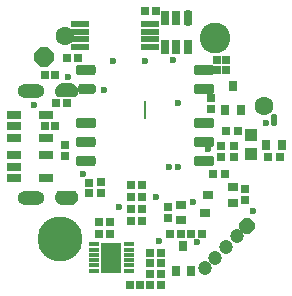
<source format=gts>
G04 Layer_Color=8388736*
%FSLAX24Y24*%
%MOIN*%
G70*
G01*
G75*
%ADD62R,0.0268X0.0283*%
%ADD63R,0.0283X0.0283*%
%ADD64R,0.0256X0.0374*%
%ADD65R,0.0283X0.0268*%
%ADD66R,0.0335X0.0138*%
%ADD67R,0.0689X0.0984*%
%ADD68R,0.0374X0.0256*%
%ADD69R,0.0276X0.0512*%
G04:AMPARAMS|DCode=70|XSize=51.2mil|YSize=27.6mil|CornerRadius=7.9mil|HoleSize=0mil|Usage=FLASHONLY|Rotation=90.000|XOffset=0mil|YOffset=0mil|HoleType=Round|Shape=RoundedRectangle|*
%AMROUNDEDRECTD70*
21,1,0.0512,0.0118,0,0,90.0*
21,1,0.0354,0.0276,0,0,90.0*
1,1,0.0157,0.0059,0.0177*
1,1,0.0157,0.0059,-0.0177*
1,1,0.0157,-0.0059,-0.0177*
1,1,0.0157,-0.0059,0.0177*
%
%ADD70ROUNDEDRECTD70*%
%ADD71R,0.0620X0.0217*%
G04:AMPARAMS|DCode=72|XSize=37.4mil|YSize=19.7mil|CornerRadius=0mil|HoleSize=0mil|Usage=FLASHONLY|Rotation=90.000|XOffset=0mil|YOffset=0mil|HoleType=Round|Shape=Octagon|*
%AMOCTAGOND72*
4,1,8,0.0049,0.0187,-0.0049,0.0187,-0.0098,0.0138,-0.0098,-0.0138,-0.0049,-0.0187,0.0049,-0.0187,0.0098,-0.0138,0.0098,0.0138,0.0049,0.0187,0.0*
%
%ADD72OCTAGOND72*%

%ADD73R,0.0413X0.0394*%
%ADD74R,0.0283X0.0283*%
G04:AMPARAMS|DCode=75|XSize=66.9mil|YSize=35.4mil|CornerRadius=9.8mil|HoleSize=0mil|Usage=FLASHONLY|Rotation=0.000|XOffset=0mil|YOffset=0mil|HoleType=Round|Shape=RoundedRectangle|*
%AMROUNDEDRECTD75*
21,1,0.0669,0.0157,0,0,0.0*
21,1,0.0472,0.0354,0,0,0.0*
1,1,0.0197,0.0236,-0.0079*
1,1,0.0197,-0.0236,-0.0079*
1,1,0.0197,-0.0236,0.0079*
1,1,0.0197,0.0236,0.0079*
%
%ADD75ROUNDEDRECTD75*%
G04:AMPARAMS|DCode=76|XSize=66.9mil|YSize=33.5mil|CornerRadius=9.3mil|HoleSize=0mil|Usage=FLASHONLY|Rotation=0.000|XOffset=0mil|YOffset=0mil|HoleType=Round|Shape=RoundedRectangle|*
%AMROUNDEDRECTD76*
21,1,0.0669,0.0148,0,0,0.0*
21,1,0.0482,0.0335,0,0,0.0*
1,1,0.0187,0.0241,-0.0074*
1,1,0.0187,-0.0241,-0.0074*
1,1,0.0187,-0.0241,0.0074*
1,1,0.0187,0.0241,0.0074*
%
%ADD76ROUNDEDRECTD76*%
G04:AMPARAMS|DCode=77|XSize=59.1mil|YSize=33.5mil|CornerRadius=9.3mil|HoleSize=0mil|Usage=FLASHONLY|Rotation=0.000|XOffset=0mil|YOffset=0mil|HoleType=Round|Shape=RoundedRectangle|*
%AMROUNDEDRECTD77*
21,1,0.0591,0.0148,0,0,0.0*
21,1,0.0404,0.0335,0,0,0.0*
1,1,0.0187,0.0202,-0.0074*
1,1,0.0187,-0.0202,-0.0074*
1,1,0.0187,-0.0202,0.0074*
1,1,0.0187,0.0202,0.0074*
%
%ADD77ROUNDEDRECTD77*%
%ADD78R,0.0472X0.0256*%
%ADD79C,0.1496*%
%ADD80C,0.1024*%
%ADD81C,0.0630*%
G04:AMPARAMS|DCode=82|XSize=47.2mil|YSize=47.2mil|CornerRadius=0mil|HoleSize=0mil|Usage=FLASHONLY|Rotation=225.000|XOffset=0mil|YOffset=0mil|HoleType=Round|Shape=Octagon|*
%AMOCTAGOND82*
4,1,8,-0.0251,-0.0084,-0.0084,-0.0251,0.0084,-0.0251,0.0251,-0.0084,0.0251,0.0084,0.0084,0.0251,-0.0084,0.0251,-0.0251,0.0084,-0.0251,-0.0084,0.0*
%
%ADD82OCTAGOND82*%

%ADD83C,0.0472*%
G04:AMPARAMS|DCode=84|XSize=63mil|YSize=63mil|CornerRadius=0mil|HoleSize=0mil|Usage=FLASHONLY|Rotation=45.000|XOffset=0mil|YOffset=0mil|HoleType=Round|Shape=Octagon|*
%AMOCTAGOND84*
4,1,8,0.0334,0.0111,0.0111,0.0334,-0.0111,0.0334,-0.0334,0.0111,-0.0334,-0.0111,-0.0111,-0.0334,0.0111,-0.0334,0.0334,-0.0111,0.0334,0.0111,0.0*
%
%ADD84OCTAGOND84*%

%ADD85O,0.0039X0.0639*%
%ADD86O,0.0906X0.0472*%
%ADD87C,0.0236*%
G36*
X-2205Y-1578D02*
X-2191Y-1595D01*
X-2179Y-1613D01*
X-2168Y-1631D01*
X-2159Y-1651D01*
X-2151Y-1671D01*
X-2144Y-1692D01*
X-2140Y-1714D01*
X-2137Y-1735D01*
X-2136Y-1757D01*
X-2137Y-1779D01*
X-2139Y-1800D01*
X-2143Y-1822D01*
X-2149Y-1843D01*
X-2156Y-1863D01*
X-2165Y-1883D01*
X-2175Y-1902D01*
X-2187Y-1920D01*
X-2201Y-1938D01*
X-2216Y-1954D01*
X-2231Y-1969D01*
X-2248Y-1982D01*
X-2267Y-1994D01*
X-2285Y-2005D01*
X-2305Y-2014D01*
X-2326Y-2022D01*
X-2347Y-2028D01*
X-2368Y-2032D01*
X-2390Y-2035D01*
X-2411Y-2035D01*
X-2628D01*
X-2650Y-2035D01*
X-2671Y-2032D01*
X-2693Y-2028D01*
X-2714Y-2022D01*
X-2734Y-2014D01*
X-2754Y-2005D01*
X-2773Y-1994D01*
X-2791Y-1982D01*
X-2808Y-1969D01*
X-2824Y-1954D01*
X-2839Y-1938D01*
X-2852Y-1920D01*
X-2864Y-1902D01*
X-2874Y-1883D01*
X-2883Y-1863D01*
X-2891Y-1843D01*
X-2896Y-1822D01*
X-2900Y-1800D01*
X-2903Y-1779D01*
X-2903Y-1757D01*
X-2902Y-1735D01*
X-2899Y-1714D01*
X-2895Y-1692D01*
X-2889Y-1671D01*
X-2881Y-1651D01*
X-2872Y-1631D01*
X-2861Y-1613D01*
X-2848Y-1595D01*
X-2834Y-1578D01*
X-2820Y-1563D01*
X-2219D01*
X-2205Y-1578D01*
D02*
G37*
G36*
X-2390Y2035D02*
X-2368Y2032D01*
X-2347Y2028D01*
X-2326Y2022D01*
X-2305Y2014D01*
X-2285Y2005D01*
X-2267Y1994D01*
X-2248Y1982D01*
X-2231Y1969D01*
X-2216Y1954D01*
X-2201Y1938D01*
X-2187Y1920D01*
X-2175Y1902D01*
X-2165Y1883D01*
X-2156Y1863D01*
X-2149Y1843D01*
X-2143Y1822D01*
X-2139Y1800D01*
X-2137Y1779D01*
X-2136Y1757D01*
X-2137Y1735D01*
X-2140Y1714D01*
X-2144Y1692D01*
X-2151Y1671D01*
X-2159Y1651D01*
X-2168Y1631D01*
X-2179Y1613D01*
X-2191Y1595D01*
X-2205Y1578D01*
X-2219Y1563D01*
X-2820D01*
X-2834Y1578D01*
X-2848Y1595D01*
X-2861Y1613D01*
X-2872Y1631D01*
X-2881Y1651D01*
X-2889Y1671D01*
X-2895Y1692D01*
X-2899Y1714D01*
X-2902Y1735D01*
X-2903Y1757D01*
X-2903Y1779D01*
X-2900Y1800D01*
X-2896Y1822D01*
X-2891Y1843D01*
X-2883Y1863D01*
X-2874Y1883D01*
X-2864Y1902D01*
X-2852Y1920D01*
X-2839Y1938D01*
X-2824Y1954D01*
X-2808Y1969D01*
X-2791Y1982D01*
X-2773Y1994D01*
X-2754Y2005D01*
X-2734Y2014D01*
X-2714Y2022D01*
X-2693Y2028D01*
X-2671Y2032D01*
X-2650Y2035D01*
X-2628Y2035D01*
X-2411D01*
X-2390Y2035D01*
D02*
G37*
D62*
X618Y-4685D02*
D03*
X248D02*
D03*
Y-4331D02*
D03*
X618D02*
D03*
X248Y-3622D02*
D03*
X618D02*
D03*
X917Y-2992D02*
D03*
X1287D02*
D03*
X1626D02*
D03*
X1996D02*
D03*
X2807Y433D02*
D03*
X3177D02*
D03*
X-2138Y2862D02*
D03*
X-2508D02*
D03*
X-12Y-1378D02*
D03*
X-382D02*
D03*
X-12Y-1772D02*
D03*
X-382Y-1772D02*
D03*
X-12Y-2559D02*
D03*
X-382D02*
D03*
X-2862Y1370D02*
D03*
X-2492D02*
D03*
X4577Y-445D02*
D03*
X4207D02*
D03*
X-12Y-2165D02*
D03*
X-382Y-2165D02*
D03*
X2374Y-984D02*
D03*
X2744Y-984D02*
D03*
D63*
X-59Y-4685D02*
D03*
X-413D02*
D03*
X610Y-3976D02*
D03*
X256D02*
D03*
X454Y4437D02*
D03*
X99D02*
D03*
X-3248Y2311D02*
D03*
X-2894D02*
D03*
X-3253Y591D02*
D03*
X-2898D02*
D03*
D64*
X1114Y-4232D02*
D03*
X1626D02*
D03*
X1370Y-3406D02*
D03*
X3031Y1949D02*
D03*
X3287Y1123D02*
D03*
X2776D02*
D03*
X4648Y-32D02*
D03*
X4136D02*
D03*
D65*
X-1063Y-2610D02*
D03*
Y-2980D02*
D03*
X-1457Y-2610D02*
D03*
Y-2980D02*
D03*
X3425Y-1508D02*
D03*
Y-1878D02*
D03*
X866Y-2469D02*
D03*
Y-2098D02*
D03*
X-1384Y-1632D02*
D03*
X-1384Y-1262D02*
D03*
X-2559Y-12D02*
D03*
Y-382D02*
D03*
X3053Y-421D02*
D03*
X3053Y-51D02*
D03*
D66*
X-1594Y-3337D02*
D03*
Y-3514D02*
D03*
X-1594Y-3691D02*
D03*
X-1594Y-3868D02*
D03*
X-1594Y-4045D02*
D03*
Y-4222D02*
D03*
X-453D02*
D03*
Y-4045D02*
D03*
X-453Y-3868D02*
D03*
Y-3691D02*
D03*
X-453Y-3514D02*
D03*
Y-3337D02*
D03*
D67*
X-1024Y-3780D02*
D03*
D68*
X1279Y-2028D02*
D03*
Y-2539D02*
D03*
X2106Y-2283D02*
D03*
X3012Y-1949D02*
D03*
Y-1437D02*
D03*
X2185Y-1693D02*
D03*
D69*
X768Y3236D02*
D03*
X1142D02*
D03*
X1516Y3236D02*
D03*
X1142Y4220D02*
D03*
X768Y4220D02*
D03*
D70*
X1516D02*
D03*
D71*
X-2069Y4006D02*
D03*
Y3750D02*
D03*
Y3494D02*
D03*
Y3238D02*
D03*
X245D02*
D03*
Y3494D02*
D03*
Y3750D02*
D03*
Y4006D02*
D03*
D72*
X4392Y795D02*
D03*
D73*
X3612Y315D02*
D03*
Y-315D02*
D03*
D74*
X2501Y2815D02*
D03*
Y2461D02*
D03*
X2778D02*
D03*
Y2815D02*
D03*
X2638Y-59D02*
D03*
Y-413D02*
D03*
X2283Y1181D02*
D03*
Y1535D02*
D03*
X-1782Y-1634D02*
D03*
X-1782Y-1280D02*
D03*
D75*
X2047Y2461D02*
D03*
Y1831D02*
D03*
Y689D02*
D03*
Y-571D02*
D03*
Y59D02*
D03*
X-1890Y689D02*
D03*
D76*
Y59D02*
D03*
Y-571D02*
D03*
Y2461D02*
D03*
D77*
X-1850Y1831D02*
D03*
D78*
X-4272Y965D02*
D03*
X-4272Y591D02*
D03*
X-4272Y217D02*
D03*
X-3209D02*
D03*
Y965D02*
D03*
X-4272Y-374D02*
D03*
X-4272Y-748D02*
D03*
X-4272Y-1122D02*
D03*
X-3209D02*
D03*
Y-374D02*
D03*
D79*
X-2756Y-3150D02*
D03*
D80*
X2441Y3543D02*
D03*
D81*
X4055Y1280D02*
D03*
X-2561Y3620D02*
D03*
D82*
X3502Y-2718D02*
D03*
D83*
X3149Y-3072D02*
D03*
X2795Y-3425D02*
D03*
X2442Y-3779D02*
D03*
X2088Y-4132D02*
D03*
D84*
X-3268Y2913D02*
D03*
D85*
X79Y1142D02*
D03*
D86*
X-3701Y-1780D02*
D03*
Y1780D02*
D03*
D87*
X-3622Y1299D02*
D03*
X-2469Y2247D02*
D03*
X-1260Y1811D02*
D03*
X2205Y-157D02*
D03*
X-974Y2774D02*
D03*
X3701Y-2224D02*
D03*
X-1972Y-1009D02*
D03*
X551Y-3228D02*
D03*
X1035Y2795D02*
D03*
X472Y-1750D02*
D03*
X4136Y689D02*
D03*
X1693Y-1917D02*
D03*
X-787Y-2087D02*
D03*
X1839Y-3268D02*
D03*
X903Y-771D02*
D03*
X1181Y-764D02*
D03*
X1209Y1358D02*
D03*
X79Y2756D02*
D03*
M02*

</source>
